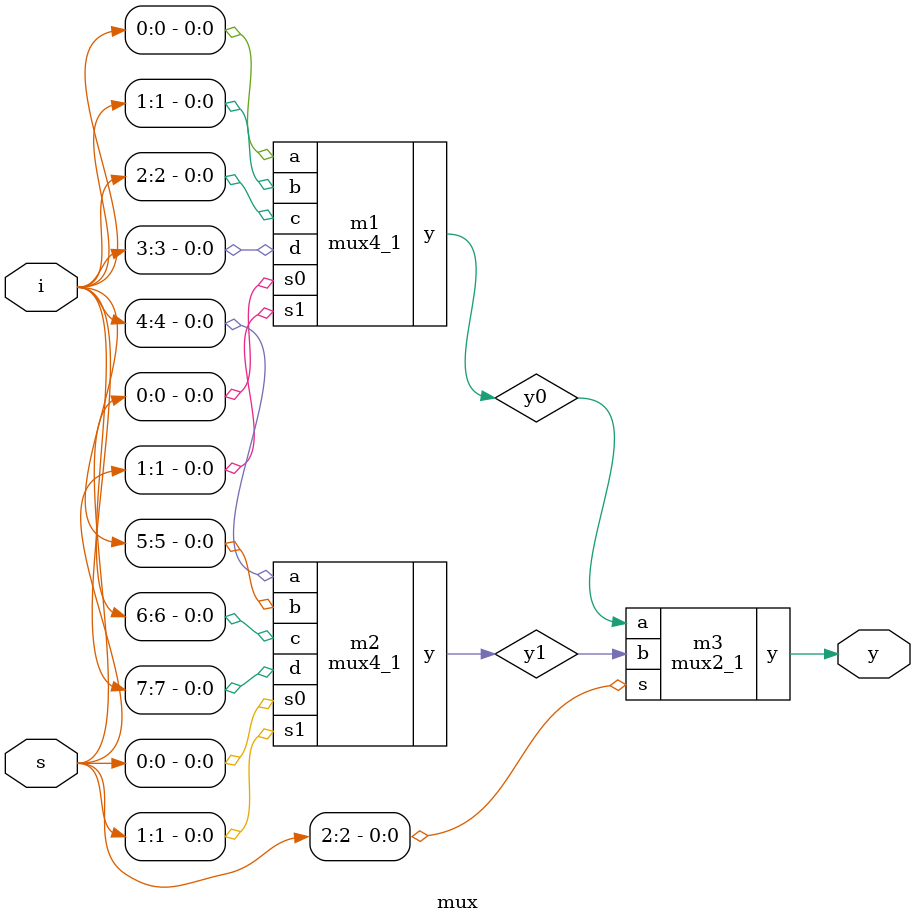
<source format=v>
module mux4_1(
input a,b,c,d,s0,s1, 
output reg y);
always @(*)
begin
case({s1,s0})
2'b00:y=a;
2'b01:y=b;
2'b10:y=c;
2'b11:y=d;
default:y=1'b0;
endcase
end 
endmodule

module mux2_1(
input a,b,s,
output y);
assign y = s?b:a;
endmodule


module mux(
input [7:0]i,
input [2:0]s,
output  y);
wire y0,y1;
mux4_1 m1(
.a(i[0]),
.b(i[1]),
.c(i[2]),
.d(i[3]),
.s0(s[0]),
.s1(s[1]),
.y(y0));

mux4_1 m2(
.a(i[4]),
.b(i[5]),
.c(i[6]),
.d(i[7]),
.s0(s[0]),
.s1(s[1]),
.y(y1));
mux2_1 m3(
.a(y0),
.b(y1),
.s(s[2]), 
.y(y));
endmodule
















</source>
